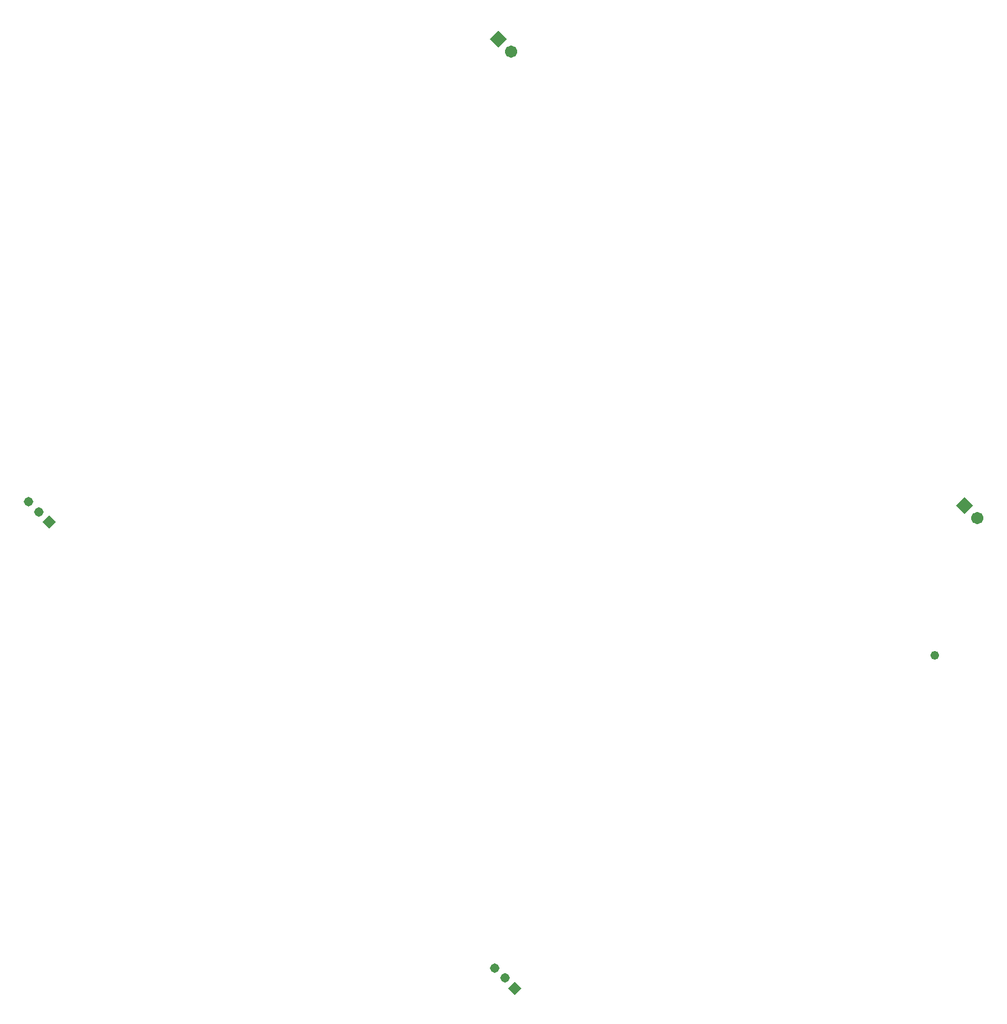
<source format=gbr>
G04 EAGLE Gerber RS-274X export*
G75*
%MOMM*%
%FSLAX34Y34*%
%LPD*%
%INSoldermask Bottom*%
%IPPOS*%
%AMOC8*
5,1,8,0,0,1.08239X$1,22.5*%
G01*
%ADD10R,1.311200X1.311200*%
%ADD11C,1.311200*%
%ADD12R,1.711200X1.711200*%
%ADD13C,1.711200*%
%ADD14C,1.209600*%


D10*
G36*
X14189Y-654918D02*
X23460Y-664189D01*
X14189Y-673460D01*
X4918Y-664189D01*
X14189Y-654918D01*
G37*
D11*
X47Y-650047D03*
X-14095Y-635905D03*
D10*
G36*
X-635811Y-4918D02*
X-626540Y-14189D01*
X-635811Y-23460D01*
X-645082Y-14189D01*
X-635811Y-4918D01*
G37*
D11*
X-649953Y-47D03*
X-664095Y14095D03*
D12*
G36*
X641134Y-3052D02*
X629034Y9048D01*
X641134Y21148D01*
X653234Y9048D01*
X641134Y-3052D01*
G37*
D13*
X658811Y-8629D03*
D12*
G36*
X-9048Y646884D02*
X-21148Y658984D01*
X-9048Y671084D01*
X3052Y658984D01*
X-9048Y646884D01*
G37*
D13*
X8629Y641307D03*
D14*
X600000Y-200000D03*
M02*

</source>
